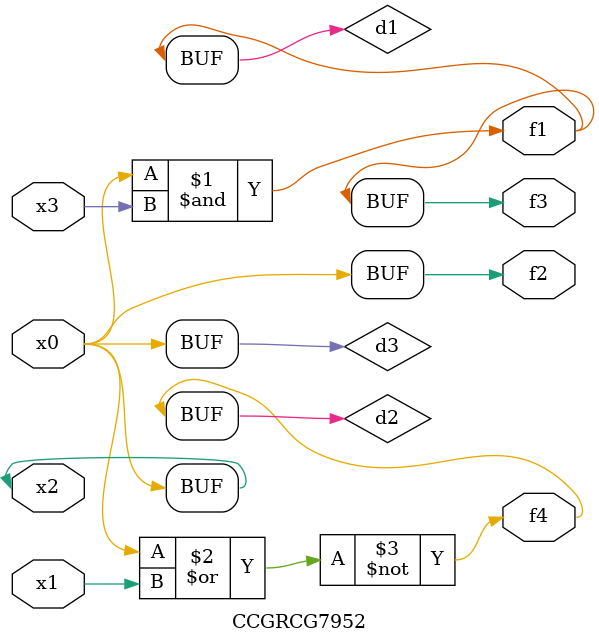
<source format=v>
module CCGRCG7952(
	input x0, x1, x2, x3,
	output f1, f2, f3, f4
);

	wire d1, d2, d3;

	and (d1, x2, x3);
	nor (d2, x0, x1);
	buf (d3, x0, x2);
	assign f1 = d1;
	assign f2 = d3;
	assign f3 = d1;
	assign f4 = d2;
endmodule

</source>
